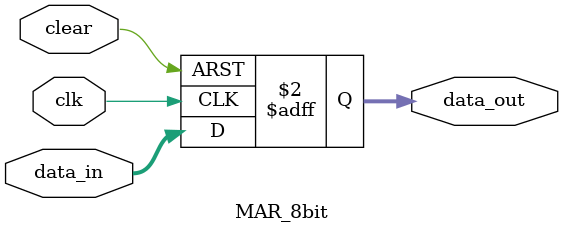
<source format=v>
module MAR_8bit (
    input wire clk,              
    input wire clear,            
    input wire [7:0] data_in,    
    output reg [7:0] data_out    
);
    always @(posedge clk or posedge clear) begin
        if (clear) begin
            data_out <= 8'b0;    
        end else begin
            data_out <= data_in; 
        end
    end
endmodule

</source>
